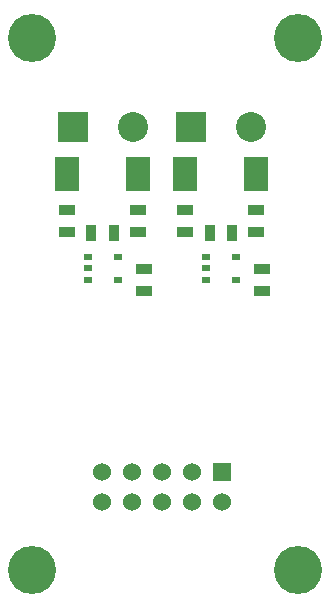
<source format=gbs>
G04 (created by PCBNEW (2013-mar-13)-testing) date Thu 04 Apr 2013 06:27:01 PM CEST*
%MOIN*%
G04 Gerber Fmt 3.4, Leading zero omitted, Abs format*
%FSLAX34Y34*%
G01*
G70*
G90*
G04 APERTURE LIST*
%ADD10C,0.006*%
%ADD11R,0.03X0.02*%
%ADD12R,0.0787X0.1181*%
%ADD13R,0.035X0.055*%
%ADD14R,0.055X0.035*%
%ADD15R,0.06X0.06*%
%ADD16C,0.06*%
%ADD17R,0.1X0.1*%
%ADD18C,0.1*%
%ADD19C,0.16*%
G04 APERTURE END LIST*
G54D10*
G54D11*
X45169Y-47422D03*
X45169Y-46672D03*
X46169Y-47422D03*
X45169Y-47047D03*
X46169Y-46672D03*
X41232Y-47422D03*
X41232Y-46672D03*
X42232Y-47422D03*
X41232Y-47047D03*
X42232Y-46672D03*
G54D12*
X46850Y-43897D03*
X44488Y-43897D03*
X42913Y-43897D03*
X40551Y-43897D03*
G54D13*
X45294Y-45866D03*
X46044Y-45866D03*
X41357Y-45866D03*
X42107Y-45866D03*
G54D14*
X40551Y-45097D03*
X40551Y-45847D03*
X42913Y-45097D03*
X42913Y-45847D03*
X44488Y-45097D03*
X44488Y-45847D03*
X46850Y-45097D03*
X46850Y-45847D03*
X47047Y-47065D03*
X47047Y-47815D03*
X43110Y-47065D03*
X43110Y-47815D03*
G54D15*
X45700Y-53830D03*
G54D16*
X45700Y-54830D03*
X44700Y-53830D03*
X44700Y-54830D03*
X43700Y-53830D03*
X43700Y-54830D03*
X42700Y-53830D03*
X42700Y-54830D03*
X41700Y-53830D03*
X41700Y-54830D03*
G54D17*
X40732Y-42322D03*
G54D18*
X42732Y-42322D03*
G54D17*
X44669Y-42322D03*
G54D18*
X46669Y-42322D03*
G54D19*
X39370Y-39370D03*
X39370Y-57086D03*
X48228Y-39370D03*
X48228Y-57086D03*
M02*

</source>
